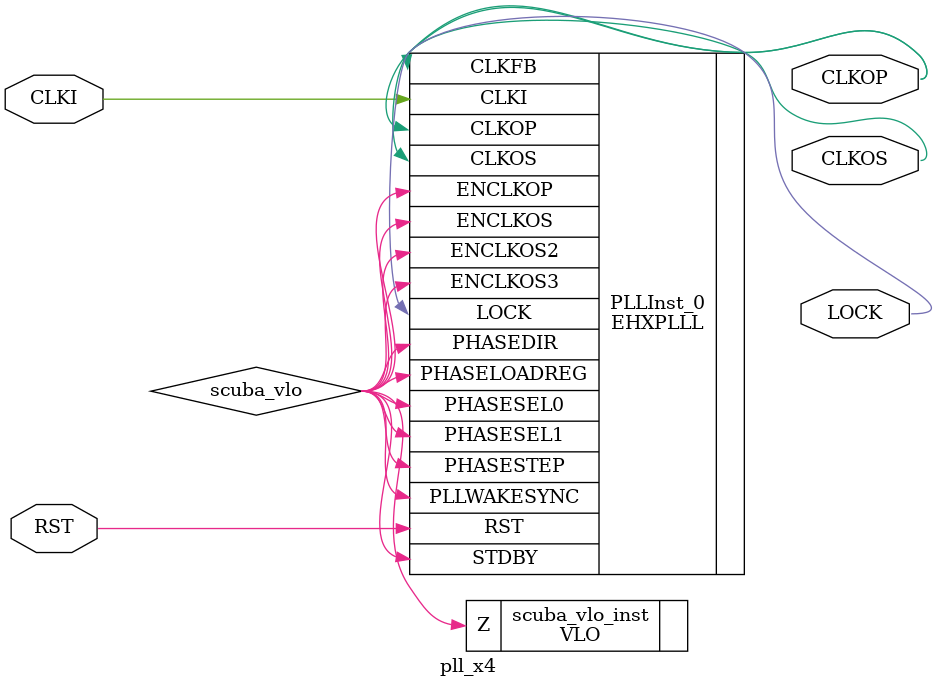
<source format=v>

module pll_x4 (CLKI, RST, CLKOP, CLKOS, LOCK) /* synthesis syn_noprune=1, NGD_DRC_MASK=1, syn_module_defined=1 */ ;   // d:/desktop/rd_work/rd1184/check1/source/verilog/ecp5/clarity/pllx4/pll_x4/pll_x4.v(8[8:14])
    input CLKI;   // d:/desktop/rd_work/rd1184/check1/source/verilog/ecp5/clarity/pllx4/pll_x4/pll_x4.v(9[16:20])
    input RST;   // d:/desktop/rd_work/rd1184/check1/source/verilog/ecp5/clarity/pllx4/pll_x4/pll_x4.v(10[16:19])
    output CLKOP;   // d:/desktop/rd_work/rd1184/check1/source/verilog/ecp5/clarity/pllx4/pll_x4/pll_x4.v(11[17:22])
    output CLKOS;   // d:/desktop/rd_work/rd1184/check1/source/verilog/ecp5/clarity/pllx4/pll_x4/pll_x4.v(12[17:22])
    output LOCK;   // d:/desktop/rd_work/rd1184/check1/source/verilog/ecp5/clarity/pllx4/pll_x4/pll_x4.v(13[17:21])
    
    wire scuba_vlo;   // d:/desktop/rd_work/rd1184/check1/source/verilog/ecp5/clarity/pllx4/pll_x4/pll_x4.v(19[10:19])
    
    wire VCC_net;
    
    VLO scuba_vlo_inst (.Z(scuba_vlo));
    EHXPLLL PLLInst_0 (.CLKI(CLKI), .CLKFB(CLKOP), .PHASESEL0(scuba_vlo), 
            .PHASESEL1(scuba_vlo), .PHASEDIR(scuba_vlo), .PHASESTEP(scuba_vlo), 
            .PHASELOADREG(scuba_vlo), .STDBY(scuba_vlo), .PLLWAKESYNC(scuba_vlo), 
            .RST(RST), .ENCLKOP(scuba_vlo), .ENCLKOS(scuba_vlo), .ENCLKOS2(scuba_vlo), 
            .ENCLKOS3(scuba_vlo), .CLKOP(CLKOP), .CLKOS(CLKOS), .LOCK(LOCK)) /* synthesis FREQUENCY_PIN_CLKOS="300.000000", FREQUENCY_PIN_CLKOP="300.000000", FREQUENCY_PIN_CLKI="75.000000", ICP_CURRENT="9", LPF_RESISTOR="8", syn_instantiated=1 */ ;
    defparam PLLInst_0.CLKI_DIV = 1;
    defparam PLLInst_0.CLKFB_DIV = 4;
    defparam PLLInst_0.CLKOP_DIV = 2;
    defparam PLLInst_0.CLKOS_DIV = 2;
    defparam PLLInst_0.CLKOS2_DIV = 1;
    defparam PLLInst_0.CLKOS3_DIV = 1;
    defparam PLLInst_0.CLKOP_ENABLE = "ENABLED";
    defparam PLLInst_0.CLKOS_ENABLE = "ENABLED";
    defparam PLLInst_0.CLKOS2_ENABLE = "DISABLED";
    defparam PLLInst_0.CLKOS3_ENABLE = "DISABLED";
    defparam PLLInst_0.CLKOP_CPHASE = 1;
    defparam PLLInst_0.CLKOS_CPHASE = 1;
    defparam PLLInst_0.CLKOS2_CPHASE = 0;
    defparam PLLInst_0.CLKOS3_CPHASE = 0;
    defparam PLLInst_0.CLKOP_FPHASE = 0;
    defparam PLLInst_0.CLKOS_FPHASE = 4;
    defparam PLLInst_0.CLKOS2_FPHASE = 0;
    defparam PLLInst_0.CLKOS3_FPHASE = 0;
    defparam PLLInst_0.FEEDBK_PATH = "CLKOP";
    defparam PLLInst_0.CLKOP_TRIM_POL = "FALLING";
    defparam PLLInst_0.CLKOP_TRIM_DELAY = 0;
    defparam PLLInst_0.CLKOS_TRIM_POL = "FALLING";
    defparam PLLInst_0.CLKOS_TRIM_DELAY = 0;
    defparam PLLInst_0.OUTDIVIDER_MUXA = "DIVA";
    defparam PLLInst_0.OUTDIVIDER_MUXB = "DIVB";
    defparam PLLInst_0.OUTDIVIDER_MUXC = "DIVC";
    defparam PLLInst_0.OUTDIVIDER_MUXD = "DIVD";
    defparam PLLInst_0.PLL_LOCK_MODE = 0;
    defparam PLLInst_0.PLL_LOCK_DELAY = 200;
    defparam PLLInst_0.STDBY_ENABLE = "DISABLED";
    defparam PLLInst_0.REFIN_RESET = "DISABLED";
    defparam PLLInst_0.SYNC_ENABLE = "DISABLED";
    defparam PLLInst_0.INT_LOCK_STICKY = "ENABLED";
    defparam PLLInst_0.DPHASE_SOURCE = "DISABLED";
    defparam PLLInst_0.PLLRST_ENA = "ENABLED";
    defparam PLLInst_0.INTFB_WAKE = "DISABLED";
    GSR GSR_INST (.GSR(VCC_net));
    PUR PUR_INST (.PUR(VCC_net));
    defparam PUR_INST.RST_PULSE = 1;
    VHI i81 (.Z(VCC_net));
    
endmodule
//
// Verilog Description of module PUR
// module not written out since it is a black-box. 
//


</source>
